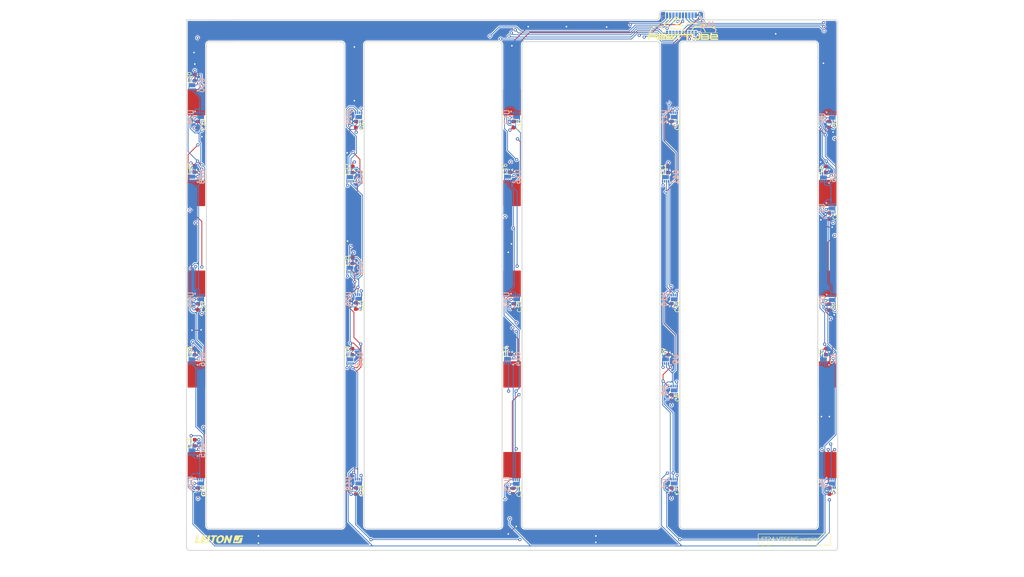
<source format=kicad_pcb>
(kicad_pcb (version 20221018) (generator pcbnew)

  (general
    (thickness 1.6)
  )

  (paper "A4")
  (layers
    (0 "F.Cu" signal)
    (1 "In1.Cu" signal)
    (2 "In2.Cu" signal)
    (31 "B.Cu" signal)
    (32 "B.Adhes" user "B.Adhesive")
    (33 "F.Adhes" user "F.Adhesive")
    (34 "B.Paste" user)
    (35 "F.Paste" user)
    (36 "B.SilkS" user "B.Silkscreen")
    (37 "F.SilkS" user "F.Silkscreen")
    (38 "B.Mask" user)
    (39 "F.Mask" user)
    (40 "Dwgs.User" user "User.Drawings")
    (41 "Cmts.User" user "User.Comments")
    (42 "Eco1.User" user "User.Eco1")
    (43 "Eco2.User" user "User.Eco2")
    (44 "Edge.Cuts" user)
    (45 "Margin" user)
    (46 "B.CrtYd" user "B.Courtyard")
    (47 "F.CrtYd" user "F.Courtyard")
    (48 "B.Fab" user)
    (49 "F.Fab" user)
    (50 "User.1" user)
    (51 "User.2" user)
    (52 "User.3" user)
    (53 "User.4" user)
    (54 "User.5" user)
    (55 "User.6" user)
    (56 "User.7" user)
    (57 "User.8" user)
    (58 "User.9" user)
  )

  (setup
    (stackup
      (layer "F.SilkS" (type "Top Silk Screen"))
      (layer "F.Paste" (type "Top Solder Paste"))
      (layer "F.Mask" (type "Top Solder Mask") (thickness 0.01))
      (layer "F.Cu" (type "copper") (thickness 0.035))
      (layer "dielectric 1" (type "prepreg") (thickness 0.1) (material "FR4") (epsilon_r 4.5) (loss_tangent 0.02))
      (layer "In1.Cu" (type "copper") (thickness 0.035))
      (layer "dielectric 2" (type "core") (thickness 1.24) (material "FR4") (epsilon_r 4.5) (loss_tangent 0.02))
      (layer "In2.Cu" (type "copper") (thickness 0.035))
      (layer "dielectric 3" (type "prepreg") (thickness 0.1) (material "FR4") (epsilon_r 4.5) (loss_tangent 0.02))
      (layer "B.Cu" (type "copper") (thickness 0.035))
      (layer "B.Mask" (type "Bottom Solder Mask") (thickness 0.01))
      (layer "B.Paste" (type "Bottom Solder Paste"))
      (layer "B.SilkS" (type "Bottom Silk Screen"))
      (copper_finish "None")
      (dielectric_constraints no)
    )
    (pad_to_mask_clearance 0)
    (aux_axis_origin 65.21967 24.96967)
    (pcbplotparams
      (layerselection 0x00010fc_ffffffff)
      (plot_on_all_layers_selection 0x0000000_00000000)
      (disableapertmacros false)
      (usegerberextensions false)
      (usegerberattributes true)
      (usegerberadvancedattributes true)
      (creategerberjobfile true)
      (dashed_line_dash_ratio 12.000000)
      (dashed_line_gap_ratio 3.000000)
      (svgprecision 4)
      (plotframeref false)
      (viasonmask false)
      (mode 1)
      (useauxorigin false)
      (hpglpennumber 1)
      (hpglpenspeed 20)
      (hpglpendiameter 15.000000)
      (dxfpolygonmode true)
      (dxfimperialunits true)
      (dxfusepcbnewfont true)
      (psnegative false)
      (psa4output false)
      (plotreference true)
      (plotvalue true)
      (plotinvisibletext false)
      (sketchpadsonfab false)
      (subtractmaskfromsilk false)
      (outputformat 1)
      (mirror false)
      (drillshape 0)
      (scaleselection 1)
      (outputdirectory "Gerber")
    )
  )

  (net 0 "")
  (net 1 "+5C")
  (net 2 "GND1")
  (net 3 "unconnected-(U1-ALERT-Pad3)")
  (net 4 "unconnected-(U2-ALERT-Pad3)")
  (net 5 "unconnected-(U3-ALERT-Pad3)")
  (net 6 "unconnected-(U4-ALERT-Pad3)")
  (net 7 "unconnected-(U5-ALERT-Pad3)")
  (net 8 "unconnected-(U6-ALERT-Pad3)")
  (net 9 "unconnected-(U7-ALERT-Pad3)")
  (net 10 "unconnected-(U8-ALERT-Pad3)")
  (net 11 "unconnected-(U9-ALERT-Pad3)")
  (net 12 "unconnected-(U10-ALERT-Pad3)")
  (net 13 "unconnected-(U11-ALERT-Pad3)")
  (net 14 "unconnected-(U12-ALERT-Pad3)")
  (net 15 "unconnected-(U13-ALERT-Pad3)")
  (net 16 "unconnected-(U14-ALERT-Pad3)")
  (net 17 "unconnected-(U15-ALERT-Pad3)")
  (net 18 "unconnected-(U16-ALERT-Pad3)")
  (net 19 "unconnected-(U17-ALERT-Pad3)")
  (net 20 "unconnected-(U18-ALERT-Pad3)")
  (net 21 "unconnected-(U19-ALERT-Pad3)")
  (net 22 "unconnected-(U20-ALERT-Pad3)")
  (net 23 "unconnected-(U21-ALERT-Pad3)")
  (net 24 "unconnected-(U22-ALERT-Pad3)")
  (net 25 "unconnected-(U23-ALERT-Pad3)")
  (net 26 "unconnected-(U24-ALERT-Pad3)")
  (net 27 "unconnected-(U25-ALERT-Pad3)")
  (net 28 "unconnected-(U26-ALERT-Pad3)")
  (net 29 "unconnected-(U27-ALERT-Pad3)")
  (net 30 "unconnected-(U28-ALERT-Pad3)")
  (net 31 "unconnected-(U29-ALERT-Pad3)")
  (net 32 "unconnected-(U30-ALERT-Pad3)")
  (net 33 "Net-(J10-Pin_19)")
  (net 34 "Net-(J10-Pin_3)")
  (net 35 "Net-(J10-Pin_4)")
  (net 36 "Net-(J10-Pin_20)")
  (net 37 "Net-(J10-Pin_6)")
  (net 38 "Net-(J10-Pin_7)")
  (net 39 "Net-(J10-Pin_8)")
  (net 40 "Net-(J10-Pin_9)")
  (net 41 "Net-(J10-Pin_10)")
  (net 42 "Net-(J10-Pin_11)")
  (net 43 "Net-(J10-Pin_12)")
  (net 44 "Net-(J10-Pin_13)")
  (net 45 "Net-(J10-Pin_14)")
  (net 46 "Net-(J10-Pin_15)")
  (net 47 "Net-(J10-Pin_16)")
  (net 48 "Net-(J10-Pin_17)")
  (net 49 "Net-(J10-Pin_18)")

  (footprint "Capacitor_SMD:C_0603_1608Metric" (layer "F.Cu") (at 67.3 131.3 90))

  (footprint "Capacitor_SMD:C_0603_1608Metric" (layer "F.Cu") (at 187.1 51.3 -90))

  (footprint "Capacitor_SMD:C_0603_1608Metric" (layer "F.Cu") (at 186.3 108.4 90))

  (footprint "Capacitor_SMD:C_0603_1608Metric" (layer "F.Cu") (at 187.1 97.1 -90))

  (footprint "VTSENS:Baby_ST_Bond_Pad" (layer "F.Cu") (at 67.75 45.75))

  (footprint "Capacitor_SMD:C_0603_1608Metric" (layer "F.Cu") (at 107 62.6 90))

  (footprint "VTSENS:Baby_ST_Bond_Pad" (layer "F.Cu") (at 226.4 45.6))

  (footprint "Capacitor_SMD:C_0603_1608Metric" (layer "F.Cu") (at 226.8 143.4 -90))

  (footprint "Capacitor_SMD:C_0603_1608Metric" (layer "F.Cu") (at 226.7 51.3 -90))

  (footprint "Capacitor_SMD:C_0603_1608Metric" (layer "F.Cu") (at 226.7 97.2 -90))

  (footprint "Capacitor_SMD:C_0603_1608Metric" (layer "F.Cu") (at 107 85.4 90))

  (footprint "VTSENS:Baby_ST_Bond_Pad" (layer "F.Cu") (at 67.9 136.9))

  (footprint "VTSENS:Baby_ST_Bond_Pad" (layer "F.Cu") (at 147.1 136.9))

  (footprint "Capacitor_SMD:C_0603_1608Metric" (layer "F.Cu") (at 68.1 51.3 -90))

  (footprint "Capacitor_SMD:C_0603_1608Metric" (layer "F.Cu") (at 187.1 120 -90))

  (footprint "Capacitor_SMD:C_0603_1608Metric" (layer "F.Cu") (at 107.8 51.3 -90))

  (footprint "VTSENS:Baby_ST_Bond_Pad" (layer "F.Cu") (at 147 68.6))

  (footprint "Capacitor_SMD:C_0603_1608Metric" (layer "F.Cu") (at 107.8 96.9 -90))

  (footprint "FaSTTUBe_logos:FTLogo_small" (layer "F.Cu") (at 190 27))

  (footprint "VTSENS:Baby_ST_Bond_Pad" (layer "F.Cu") (at 67.7 114.2))

  (footprint "VTSENS:Baby_ST_Bond_Pad" (layer "F.Cu") (at 147.1 114.1))

  (footprint "Capacitor_SMD:C_0603_1608Metric" (layer "F.Cu") (at 147.3 143.5 -90))

  (footprint "Capacitor_SMD:C_0603_1608Metric" (layer "F.Cu") (at 107.8 143.4 -90))

  (footprint "Capacitor_SMD:C_0603_1608Metric" (layer "F.Cu") (at 147.4 51.3 -90))

  (footprint "VTSENS:Baby_ST_Bond_Pad" (layer "F.Cu") (at 67.7 91.4))

  (footprint "VTSENS:Baby_ST_Bond_Pad" (layer "F.Cu") (at 226.4 91.3))

  (footprint "VTSENS:Baby_ST_Bond_Pad" (layer "F.Cu") (at 74.4 27.9))

  (footprint "VTSENS:Baby_ST_Bond_Pad" (layer "F.Cu") (at 67.7 68.4))

  (footprint "VTSENS:Baby_ST_Bond_Pad" (layer "F.Cu") (at 226.5 137))

  (footprint "Capacitor_SMD:C_0603_1608Metric" (layer "F.Cu") (at 226 62.6 90))

  (footprint "Capacitor_SMD:C_0603_1608Metric" (layer "F.Cu") (at 226.8 74.3 -90))

  (footprint "Capacitor_SMD:C_0603_1608Metric" (layer "F.Cu") (at 68.1 97.1 -90))

  (footprint "Capacitor_SMD:C_0603_1608Metric" (layer "F.Cu") (at 226 108.4 90))

  (footprint "Capacitor_SMD:C_0603_1608Metric" (layer "F.Cu") (at 186.3 62.6 90))

  (footprint "Capacitor_SMD:C_0603_1608Metric" (layer "F.Cu") (at 187.1 143.4 -90))

  (footprint "Capacitor_SMD:C_0603_1608Metric" (layer "F.Cu") (at 68.1 143.4 -90))

  (footprint "VTSENS:Baby_ST_Bond_Pad" (layer "F.Cu") (at 226.5 114.1))

  (footprint "Capacitor_SMD:C_0603_1608Metric" (layer "F.Cu") (at 147.5 97.1 -90))

  (footprint "Capacitor_SMD:C_0603_1608Metric" (layer "F.Cu") (at 67.3 108.4 90))

  (footprint "VTSENS:Baby_ST_Bond_Pad" (layer "F.Cu") (at 226.4 68.5))

  (footprint "VTSENS:Baby_ST_Bond_Pad" (layer "F.Cu") (at 147.1 91.4))

  (footprint "FaSTTUBe_logos:LeitOn_small" (layer "F.Cu") (at 73.3 155.5))

  (footprint "Capacitor_SMD:C_0603_1608Metric" (layer "F.Cu")
    (t
... [3089821 chars truncated]
</source>
